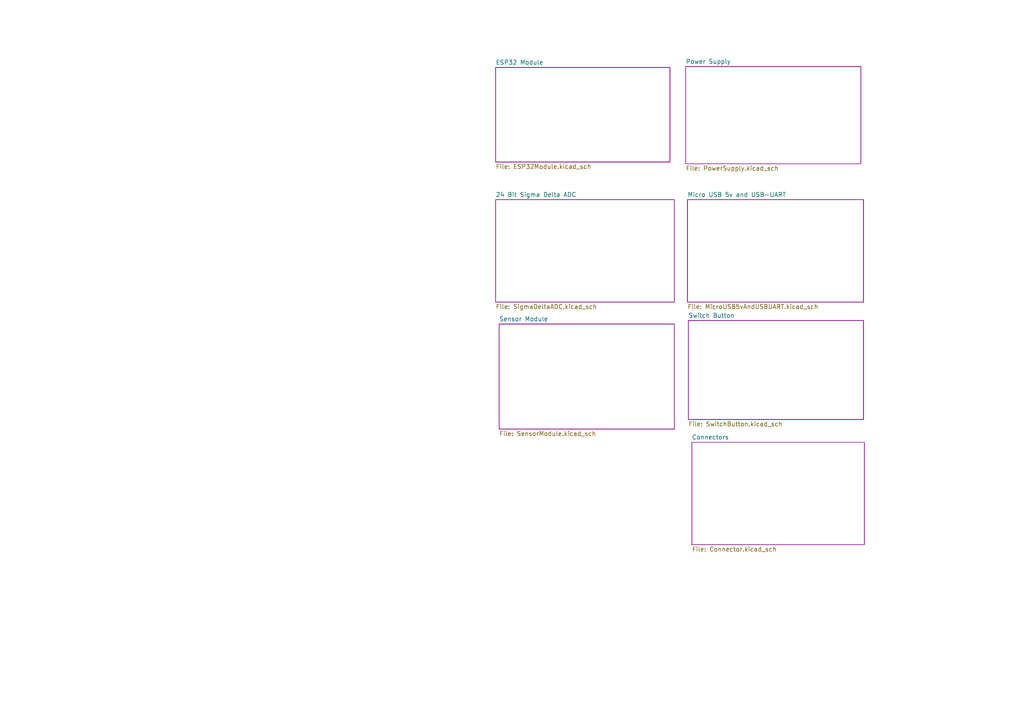
<source format=kicad_sch>
(kicad_sch (version 20210621) (generator eeschema)
  (paper "A4")
  (lib_symbols)
  (sheet (at 143.764 57.912) (size 51.816 29.718) (stroke (width 0.1524) (color 132 0 132 1)) (fill (color 255 255 255 0.0000))
    (property "Sheet name" "24 Bit Sigma Delta ADC" (at 143.764 57.2004 0) (effects (justify left bottom)))
    (property "Sheet file" "SigmaDeltaADC.kicad_sch" (at 143.764 88.2146 0) (effects (justify left top)))
  )
  (sheet (at 200.66 128.27) (size 50.038 29.718) (stroke (width 0.1524) (color 132 0 132 1)) (fill (color 255 255 255 0.0000))
    (property "Sheet name" "Connectors" (at 200.66 127.5584 0) (effects (justify left bottom)))
    (property "Sheet file" "Connector.kicad_sch" (at 200.66 158.5726 0) (effects (justify left top)))
  )
  (sheet (at 143.764 19.558) (size 50.546 27.432) (stroke (width 0.1524) (color 132 0 132 1)) (fill (color 255 255 255 0.0000))
    (property "Sheet name" "ESP32 Module" (at 143.764 18.8464 0) (effects (justify left bottom)))
    (property "Sheet file" "ESP32Module.kicad_sch" (at 143.764 47.5746 0) (effects (justify left top)))
  )
  (sheet (at 199.39 57.912) (size 51.054 29.718) (stroke (width 0.1524) (color 132 0 132 1)) (fill (color 255 255 255 0.0000))
    (property "Sheet name" "Micro USB 5v and USB-UART" (at 199.39 57.2004 0) (effects (justify left bottom)))
    (property "Sheet file" "MicroUSB5vAndUSBUART.kicad_sch" (at 199.39 88.2146 0) (effects (justify left top)))
  )
  (sheet (at 198.882 19.304) (size 50.8 28.194) (stroke (width 0.1524) (color 132 0 132 1)) (fill (color 255 255 255 0.0000))
    (property "Sheet name" "Power Supply" (at 198.882 18.5924 0) (effects (justify left bottom)))
    (property "Sheet file" "PowerSupply.kicad_sch" (at 198.882 48.0826 0) (effects (justify left top)))
  )
  (sheet (at 144.78 93.98) (size 50.8 30.48) (stroke (width 0.1524) (color 132 0 132 1)) (fill (color 255 255 255 0.0000))
    (property "Sheet name" "Sensor Module" (at 144.78 93.2684 0) (effects (justify left bottom)))
    (property "Sheet file" "SensorModule.kicad_sch" (at 144.78 125.0446 0) (effects (justify left top)))
  )
  (sheet (at 199.644 92.964) (size 50.8 28.702) (stroke (width 0.1524) (color 132 0 132 1)) (fill (color 255 255 255 0.0000))
    (property "Sheet name" "Switch Button" (at 199.644 92.2524 0) (effects (justify left bottom)))
    (property "Sheet file" "SwitchButton.kicad_sch" (at 199.644 122.2506 0) (effects (justify left top)))
  )
)
</source>
